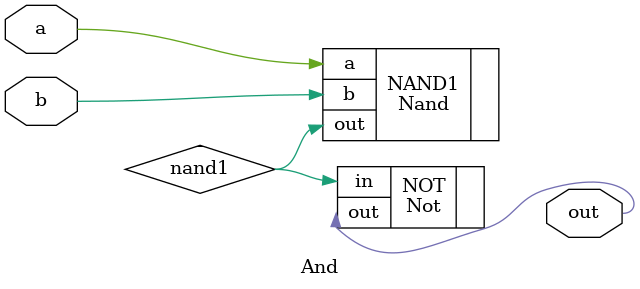
<source format=v>
/**
 * And gate: 
 * out = 1 if (a == 1 and b == 1)
 *       0 otherwise
 */

module And(a,b,out);
    input a;
	input b;
    output out;

	Nand NAND1(.a(a),.b(b),.out(nand1));
	Not NOT(.in(nand1),.out(out));

endmodule

</source>
